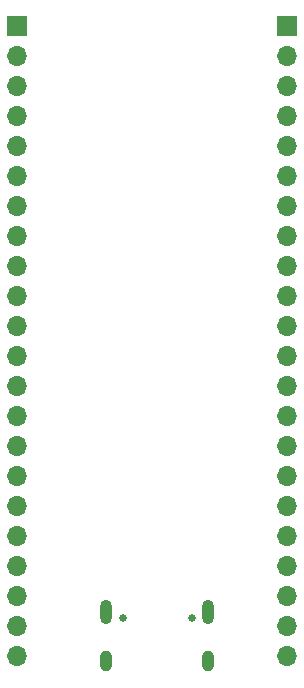
<source format=gbr>
%TF.GenerationSoftware,KiCad,Pcbnew,8.0.6*%
%TF.CreationDate,2025-02-05T21:25:15+00:00*%
%TF.ProjectId,custom-esp32,63757374-6f6d-42d6-9573-7033322e6b69,0.1*%
%TF.SameCoordinates,Original*%
%TF.FileFunction,Soldermask,Bot*%
%TF.FilePolarity,Negative*%
%FSLAX46Y46*%
G04 Gerber Fmt 4.6, Leading zero omitted, Abs format (unit mm)*
G04 Created by KiCad (PCBNEW 8.0.6) date 2025-02-05 21:25:15*
%MOMM*%
%LPD*%
G01*
G04 APERTURE LIST*
%ADD10R,1.700000X1.700000*%
%ADD11O,1.700000X1.700000*%
%ADD12C,0.650000*%
%ADD13O,1.000000X2.100000*%
%ADD14O,1.000000X1.800000*%
G04 APERTURE END LIST*
D10*
%TO.C,J1*%
X90775000Y-35340800D03*
D11*
X90775000Y-37880800D03*
X90775000Y-40420800D03*
X90775000Y-42960800D03*
X90775000Y-45500800D03*
X90775000Y-48040800D03*
X90775000Y-50580800D03*
X90775000Y-53120800D03*
X90775000Y-55660800D03*
X90775000Y-58200800D03*
X90775000Y-60740800D03*
X90775000Y-63280800D03*
X90775000Y-65820800D03*
X90775000Y-68360800D03*
X90775000Y-70900800D03*
X90775000Y-73440800D03*
X90775000Y-75980800D03*
X90775000Y-78520800D03*
X90775000Y-81060800D03*
X90775000Y-83600800D03*
X90775000Y-86140800D03*
X90775000Y-88680800D03*
%TD*%
D10*
%TO.C,J2*%
X113635000Y-35340800D03*
D11*
X113635000Y-37880800D03*
X113635000Y-40420800D03*
X113635000Y-42960800D03*
X113635000Y-45500800D03*
X113635000Y-48040800D03*
X113635000Y-50580800D03*
X113635000Y-53120800D03*
X113635000Y-55660800D03*
X113635000Y-58200800D03*
X113635000Y-60740800D03*
X113635000Y-63280800D03*
X113635000Y-65820800D03*
X113635000Y-68360800D03*
X113635000Y-70900800D03*
X113635000Y-73440800D03*
X113635000Y-75980800D03*
X113635000Y-78520800D03*
X113635000Y-81060800D03*
X113635000Y-83600800D03*
X113635000Y-86140800D03*
X113635000Y-88680800D03*
%TD*%
D12*
%TO.C,J3*%
X99747850Y-85440600D03*
X105527850Y-85440600D03*
D13*
X98317850Y-84940600D03*
D14*
X98317850Y-89120600D03*
D13*
X106957850Y-84940600D03*
D14*
X106957850Y-89120600D03*
%TD*%
M02*

</source>
